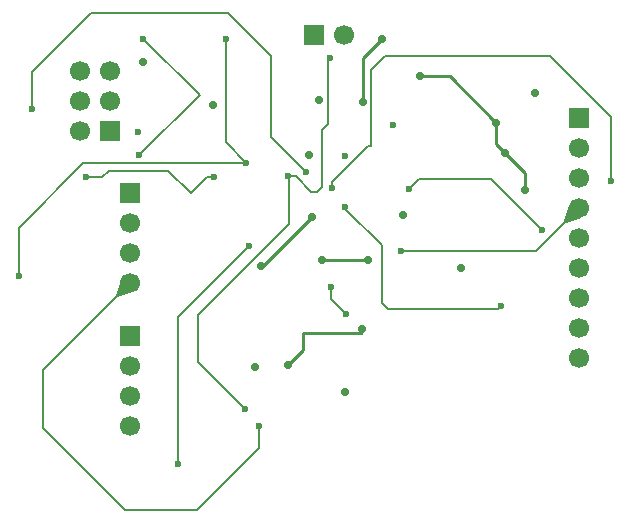
<source format=gbr>
%TF.GenerationSoftware,KiCad,Pcbnew,9.0.1*%
%TF.CreationDate,2025-12-03T13:54:12+03:00*%
%TF.ProjectId,MCU Datalogger wirh 512KB EEPROM,4d435520-4461-4746-916c-6f6767657220,1*%
%TF.SameCoordinates,Original*%
%TF.FileFunction,Copper,L2,Inr*%
%TF.FilePolarity,Positive*%
%FSLAX46Y46*%
G04 Gerber Fmt 4.6, Leading zero omitted, Abs format (unit mm)*
G04 Created by KiCad (PCBNEW 9.0.1) date 2025-12-03 13:54:12*
%MOMM*%
%LPD*%
G01*
G04 APERTURE LIST*
%TA.AperFunction,ComponentPad*%
%ADD10R,1.700000X1.700000*%
%TD*%
%TA.AperFunction,ComponentPad*%
%ADD11C,1.700000*%
%TD*%
%TA.AperFunction,ViaPad*%
%ADD12C,0.700000*%
%TD*%
%TA.AperFunction,ViaPad*%
%ADD13C,0.600000*%
%TD*%
%TA.AperFunction,Conductor*%
%ADD14C,0.250000*%
%TD*%
%TA.AperFunction,Conductor*%
%ADD15C,0.200000*%
%TD*%
G04 APERTURE END LIST*
D10*
%TO.N,/D2*%
%TO.C,J3*%
X157268500Y-87182100D03*
D11*
%TO.N,/D3*%
X157268500Y-89722100D03*
%TO.N,/D4*%
X157268500Y-92262100D03*
%TO.N,/D5*%
X157268500Y-94802100D03*
%TO.N,/D6*%
X157268500Y-97342100D03*
%TO.N,/D7*%
X157268500Y-99882100D03*
%TO.N,/D8*%
X157268500Y-102422100D03*
%TO.N,GND*%
X157268500Y-104962100D03*
%TO.N,/Vcc*%
X157268500Y-107502100D03*
%TD*%
D10*
%TO.N,/Vcc*%
%TO.C,BT1*%
X134828500Y-80162100D03*
D11*
%TO.N,GND*%
X137368500Y-80162100D03*
%TD*%
D10*
%TO.N,GND*%
%TO.C,J1*%
X119293500Y-93492100D03*
D11*
%TO.N,/Vcc*%
X119293500Y-96032100D03*
%TO.N,/SDA*%
X119293500Y-98572100D03*
%TO.N,/SCL*%
X119293500Y-101112100D03*
%TD*%
D10*
%TO.N,/MISO*%
%TO.C,J4*%
X117593500Y-88287100D03*
D11*
%TO.N,/Vcc*%
X115053500Y-88287100D03*
%TO.N,/SCK*%
X117593500Y-85747100D03*
%TO.N,/MOSI*%
X115053500Y-85747100D03*
%TO.N,/RESET*%
X117593500Y-83207100D03*
%TO.N,GND*%
X115053500Y-83207100D03*
%TD*%
D10*
%TO.N,GND*%
%TO.C,J2*%
X119293500Y-105627100D03*
D11*
%TO.N,/Vcc*%
X119293500Y-108167100D03*
%TO.N,/RX*%
X119293500Y-110707100D03*
%TO.N,/TX*%
X119293500Y-113247100D03*
%TD*%
D12*
%TO.N,GND*%
X150250000Y-87570000D03*
X130350000Y-99690000D03*
X134389932Y-90331935D03*
X143790000Y-83630000D03*
X135300000Y-85670000D03*
X151010000Y-90140000D03*
X132650000Y-108080000D03*
X126310000Y-86070000D03*
X138930000Y-105070000D03*
X152720000Y-93250000D03*
X134700000Y-95540000D03*
%TO.N,/Vcc*%
X137420000Y-110420000D03*
X135550000Y-99170000D03*
X147300000Y-99860000D03*
X138990000Y-85840000D03*
X142390000Y-95410000D03*
X139443500Y-99170000D03*
X153530000Y-85090000D03*
X129800000Y-108250000D03*
X120330000Y-82420000D03*
X140630000Y-80490000D03*
D13*
%TO.N,Net-(IC1-PB6)*%
X136280000Y-101480000D03*
X137560000Y-103750000D03*
%TO.N,/SCK*%
X119930000Y-88360000D03*
X141500000Y-87750000D03*
%TO.N,/SDA*%
X128960000Y-111790000D03*
X136210000Y-82120000D03*
X132610000Y-92130000D03*
%TO.N,/D2*%
X129340000Y-98000000D03*
X123290000Y-116490000D03*
%TO.N,/D7*%
X150710000Y-103080000D03*
X137480000Y-94700000D03*
%TO.N,/RESET*%
X120390000Y-80460000D03*
X120060000Y-90330000D03*
%TO.N,/MOSI*%
X134140000Y-91750000D03*
X110960000Y-86400000D03*
%TO.N,/D5*%
X142200000Y-98460000D03*
%TO.N,/D6*%
X154170000Y-96670000D03*
X142890000Y-93180000D03*
%TO.N,/SCL*%
X130150000Y-113280000D03*
X129100000Y-90980000D03*
X109820000Y-100600000D03*
X127370000Y-80520000D03*
%TO.N,/D8*%
X159990000Y-92520000D03*
X136360000Y-93070000D03*
%TO.N,/MISO*%
X115530000Y-92220000D03*
X137440000Y-90430000D03*
X126330000Y-92150000D03*
%TD*%
D14*
%TO.N,GND*%
X138930000Y-105070000D02*
X138930000Y-105290000D01*
X150250000Y-87570000D02*
X150250000Y-89380000D01*
X143790000Y-83630000D02*
X146310000Y-83630000D01*
X150250000Y-89380000D02*
X151010000Y-90140000D01*
X130550000Y-99690000D02*
X134700000Y-95540000D01*
X133890000Y-106840000D02*
X132650000Y-108080000D01*
X138810000Y-105410000D02*
X133890000Y-105410000D01*
X130350000Y-99690000D02*
X130550000Y-99690000D01*
X133890000Y-105410000D02*
X133890000Y-106840000D01*
X146310000Y-83630000D02*
X150250000Y-87570000D01*
X152720000Y-91850000D02*
X151010000Y-90140000D01*
X134700000Y-95540000D02*
X134700000Y-95550000D01*
X152720000Y-93250000D02*
X152720000Y-91850000D01*
X138930000Y-105290000D02*
X138810000Y-105410000D01*
%TO.N,/Vcc*%
X139443500Y-99170000D02*
X135550000Y-99170000D01*
X138990000Y-82130000D02*
X140630000Y-80490000D01*
X138990000Y-85840000D02*
X138990000Y-82130000D01*
D15*
%TO.N,Net-(IC1-PB6)*%
X136280000Y-102470000D02*
X136280000Y-101480000D01*
X137560000Y-103750000D02*
X136280000Y-102470000D01*
%TO.N,/SDA*%
X136000000Y-87680000D02*
X135520000Y-88160000D01*
X128960000Y-111790000D02*
X124980000Y-107810000D01*
X135520000Y-93000000D02*
X135110000Y-93410000D01*
X124980000Y-103890000D02*
X132680000Y-96190000D01*
X132680000Y-92200000D02*
X132610000Y-92130000D01*
X135110000Y-93410000D02*
X134590000Y-93410000D01*
X124980000Y-105650000D02*
X124980000Y-103890000D01*
X124980000Y-107810000D02*
X124980000Y-105650000D01*
X133310000Y-92130000D02*
X132610000Y-92130000D01*
X136000000Y-82330000D02*
X136000000Y-87680000D01*
X135520000Y-88160000D02*
X135520000Y-93000000D01*
X136210000Y-82120000D02*
X136000000Y-82330000D01*
X134590000Y-93410000D02*
X133310000Y-92130000D01*
X132680000Y-96190000D02*
X132680000Y-92200000D01*
%TO.N,/D2*%
X123290000Y-116490000D02*
X123290000Y-104050000D01*
X123290000Y-104050000D02*
X129340000Y-98000000D01*
%TO.N,/D7*%
X140590000Y-97970000D02*
X137480000Y-94860000D01*
X150420000Y-103370000D02*
X141130000Y-103370000D01*
X150710000Y-103080000D02*
X150420000Y-103370000D01*
X137480000Y-94860000D02*
X137480000Y-94700000D01*
X140590000Y-102830000D02*
X140590000Y-97970000D01*
X141130000Y-103370000D02*
X140590000Y-102830000D01*
%TO.N,/RESET*%
X125160000Y-85230000D02*
X120060000Y-90330000D01*
X120390000Y-80460000D02*
X125160000Y-85230000D01*
%TO.N,/MOSI*%
X110960000Y-83330000D02*
X115960000Y-78330000D01*
X131170000Y-81930000D02*
X131170000Y-88780000D01*
X131170000Y-88780000D02*
X134140000Y-91750000D01*
X115960000Y-78330000D02*
X127570000Y-78330000D01*
X127570000Y-78330000D02*
X131170000Y-81930000D01*
X110960000Y-86400000D02*
X110960000Y-83330000D01*
%TO.N,/D5*%
X153610600Y-98460000D02*
X142200000Y-98460000D01*
X157268500Y-94802100D02*
X153610600Y-98460000D01*
%TO.N,/D6*%
X149820000Y-92320000D02*
X143750000Y-92320000D01*
X143750000Y-92320000D02*
X142890000Y-93180000D01*
X154170000Y-96670000D02*
X149820000Y-92320000D01*
%TO.N,/SCL*%
X109820000Y-100600000D02*
X109820000Y-96490000D01*
X130150000Y-115150000D02*
X124900000Y-120400000D01*
X115310000Y-91000000D02*
X115330000Y-90980000D01*
X111870000Y-108535600D02*
X119293500Y-101112100D01*
X127370000Y-89250000D02*
X129100000Y-90980000D01*
X127370000Y-80520000D02*
X127370000Y-89250000D01*
X111870000Y-113420000D02*
X111870000Y-108535600D01*
X115330000Y-90980000D02*
X129100000Y-90980000D01*
X124900000Y-120400000D02*
X118850000Y-120400000D01*
X109820000Y-96490000D02*
X115310000Y-91000000D01*
X118850000Y-120400000D02*
X111870000Y-113420000D01*
X130150000Y-113280000D02*
X130150000Y-115150000D01*
%TO.N,/D8*%
X154830000Y-81970000D02*
X140850000Y-81970000D01*
X139690000Y-83130000D02*
X139690000Y-89520000D01*
X139690000Y-89520000D02*
X139430000Y-89520000D01*
X136360000Y-92590000D02*
X136360000Y-93070000D01*
X159990000Y-92520000D02*
X159990000Y-87130000D01*
X139430000Y-89520000D02*
X136360000Y-92590000D01*
X159990000Y-87130000D02*
X154830000Y-81970000D01*
X140850000Y-81970000D02*
X139690000Y-83130000D01*
%TO.N,/MISO*%
X124390000Y-93550000D02*
X125790000Y-92150000D01*
X117490000Y-91650000D02*
X122490000Y-91650000D01*
X122490000Y-91650000D02*
X124390000Y-93550000D01*
X116920000Y-92220000D02*
X117490000Y-91650000D01*
X125790000Y-92150000D02*
X126330000Y-92150000D01*
X115530000Y-92220000D02*
X116920000Y-92220000D01*
%TD*%
%TA.AperFunction,Conductor*%
%TO.N,/D5*%
G36*
X157078905Y-94763732D02*
G01*
X157261521Y-94799872D01*
X157268972Y-94804839D01*
X157270727Y-94809078D01*
X157432324Y-95625649D01*
X157430569Y-95634430D01*
X157424539Y-95639022D01*
X156155533Y-96061062D01*
X156146601Y-96060421D01*
X156143568Y-96058233D01*
X156012366Y-95927031D01*
X156008939Y-95918758D01*
X156009537Y-95915066D01*
X156431578Y-94646057D01*
X156437439Y-94639291D01*
X156444949Y-94638275D01*
X157078905Y-94763732D01*
G37*
%TD.AperFunction*%
%TD*%
%TA.AperFunction,Conductor*%
%TO.N,/SCL*%
G36*
X119103905Y-101073732D02*
G01*
X119286521Y-101109872D01*
X119293972Y-101114839D01*
X119295727Y-101119078D01*
X119457324Y-101935649D01*
X119455569Y-101944430D01*
X119449539Y-101949022D01*
X118180533Y-102371062D01*
X118171601Y-102370421D01*
X118168568Y-102368233D01*
X118037366Y-102237031D01*
X118033939Y-102228758D01*
X118034537Y-102225066D01*
X118456578Y-100956057D01*
X118462439Y-100949291D01*
X118469949Y-100948275D01*
X119103905Y-101073732D01*
G37*
%TD.AperFunction*%
%TD*%
M02*

</source>
